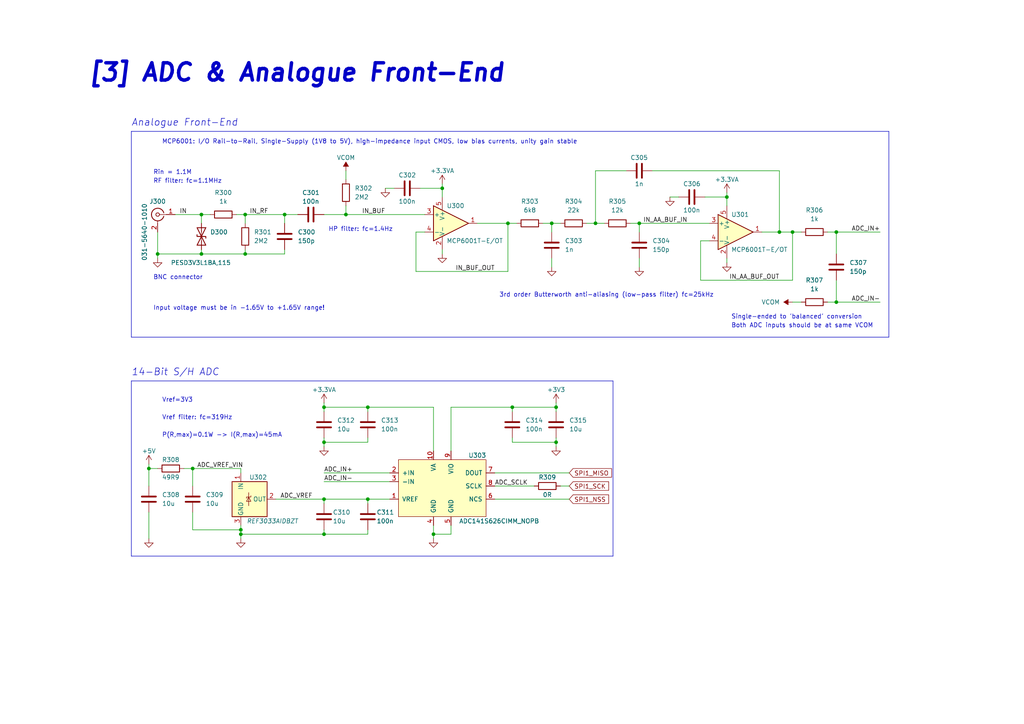
<source format=kicad_sch>
(kicad_sch (version 20230121) (generator eeschema)
  (paper "A4")
  (title_block (title "Mixed-Signal Demo PCB") (rev "0.1") (company "Phil's Lab"))
  (lib_symbols
    (symbol "Amplifier_Operational:MCP6001-OT" (pin_names (offset 0.127))
      (property "Reference" "U" (at -1.27 6.35 0))
      (property "Value" "MCP6001-OT" (at -1.27 3.81 0))
      (symbol "MCP6001-OT_0_1"
        (polyline (pts (xy -5.08 5.08) (xy 5.08 0) (xy -5.08 -5.08) (xy -5.08 5.08)) (stroke (width 0.254)) (fill (type background)))
        (pin power_in line (at -2.54 -7.62 90) (length 3.81) (name "V-") (number "2"))
        (pin power_in line (at -2.54 7.62 270) (length 3.81) (name "V+") (number "5"))
      )
      (symbol "MCP6001-OT_1_1"
        (pin output line (at 7.62 0 180) (length 2.54) (name "~") (number "1"))
        (pin input line (at -7.62 2.54 0) (length 2.54) (name "+") (number "3"))
        (pin input line (at -7.62 -2.54 0) (length 2.54) (name "-") (number "4"))
      )
    )
    (symbol "Connector:Conn_Coaxial" (pin_names (offset 1.016) hide)
      (property "Reference" "J" (at 0.254 3.048 0))
      (property "Value" "Conn_Coaxial" (at 2.921 0 90))
      (symbol "Conn_Coaxial_0_1"
        (arc (start -1.778 -0.508) (mid 0.222 -1.808) (end 1.778 0) (stroke (width 0.254)))
        (polyline (pts (xy -2.54 0) (xy -0.508 0)))
        (polyline (pts (xy 0 -2.54) (xy 0 -1.778)))
        (circle (center 0 0) (radius 0.508) (stroke (width 0.2032)))
        (arc (start 1.778 0) (mid 0.222 1.8083) (end -1.778 0.508) (stroke (width 0.254)))
      )
      (symbol "Conn_Coaxial_1_1"
        (pin passive line (at -5.08 0 0) (length 2.54) (name "In") (number "1"))
        (pin passive line (at 0 -5.08 90) (length 2.54) (name "Ext") (number "2"))
      )
    )
    (symbol "Device:C" (pin_numbers hide) (pin_names (offset 0.254))
      (property "Reference" "C" (at 0.635 2.54 0))
      (property "Value" "C" (at 0.635 -2.54 0))
      (symbol "C_0_1"
        (polyline (pts (xy -2.032 -0.762) (xy 2.032 -0.762)) (stroke (width 0.508)))
        (polyline (pts (xy -2.032 0.762) (xy 2.032 0.762)) (stroke (width 0.508)))
      )
      (symbol "C_1_1"
        (pin passive line (at 0 3.81 270) (length 2.794) (name "~") (number "1"))
        (pin passive line (at 0 -3.81 90) (length 2.794) (name "~") (number "2"))
      )
    )
    (symbol "Device:D_TVS" (pin_numbers hide) (pin_names (offset 1.016) hide)
      (property "Reference" "D" (at 0 2.54 0))
      (property "Value" "D_TVS" (at 0 -2.54 0))
      (symbol "D_TVS_0_1"
        (polyline (pts (xy 1.27 0) (xy -1.27 0)))
        (polyline (pts (xy 0.508 1.27) (xy 0 1.27) (xy 0 -1.27) (xy -0.508 -1.27)) (stroke (width 0.254)))
        (polyline (pts (xy -2.54 1.27) (xy -2.54 -1.27) (xy 2.54 1.27) (xy 2.54 -1.27) (xy -2.54 1.27)) (stroke (width 0.254)))
      )
      (symbol "D_TVS_1_1"
        (pin passive line (at -3.81 0 0) (length 2.54) (name "A1") (number "1"))
        (pin passive line (at 3.81 0 180) (length 2.54) (name "A2") (number "2"))
      )
    )
    (symbol "Device:R" (pin_numbers hide) (pin_names (offset 0))
      (property "Reference" "R" (at 2.032 0 90))
      (property "Value" "R" (at 0 0 90))
      (symbol "R_0_1"
        (rectangle (start -1.016 -2.54) (end 1.016 2.54) (stroke (width 0.254)))
      )
      (symbol "R_1_1"
        (pin passive line (at 0 3.81 270) (length 1.27) (name "~") (number "1"))
        (pin passive line (at 0 -3.81 90) (length 1.27) (name "~") (number "2"))
      )
    )
    (symbol "PhilsLab-KiCad-Symbols:ADC141S626CIMM_NOPB" (pin_names (offset 1.016))
      (property "Reference" "U" (at 11.43 10.16 0))
      (property "Value" "PhilsLab-KiCad-Symbols_ADC141S626CIMM_NOPB" (at 16.51 -8.89 0))
      (symbol "ADC141S626CIMM_NOPB_0_0"
        (pin input line (at -15.24 -2.54 0) (length 2.54) (name "VREF") (number "1"))
        (pin power_in line (at -2.54 11.43 270) (length 2.54) (name "VA") (number "10"))
        (pin input line (at -15.24 5.08 0) (length 2.54) (name "+IN") (number "2"))
        (pin input line (at -15.24 2.54 0) (length 2.54) (name "-IN") (number "3"))
        (pin power_in line (at -2.54 -10.16 90) (length 2.54) (name "GND") (number "4"))
        (pin power_in line (at 2.54 -10.16 90) (length 2.54) (name "GND") (number "5"))
        (pin input line (at 15.24 -2.54 180) (length 2.54) (name "NCS") (number "6"))
        (pin output line (at 15.24 5.08 180) (length 2.54) (name "DOUT") (number "7"))
        (pin input line (at 15.24 1.27 180) (length 2.54) (name "SCLK") (number "8"))
        (pin power_in line (at 2.54 11.43 270) (length 2.54) (name "VIO") (number "9"))
      )
      (symbol "ADC141S626CIMM_NOPB_0_1"
        (rectangle (start -12.7 8.89) (end 12.7 -7.62) (fill (type background)))
      )
    )
    (symbol "Reference_Voltage:REF3033" (pin_names (offset 0.254))
      (property "Reference" "U" (at 0 6.35 0))
      (property "Value" "REF3033" (at 2.54 -6.35 0))
      (symbol "REF3033_0_1"
        (rectangle (start -5.08 5.08) (end 5.08 -5.08) (stroke (width 0.254)) (fill (type background)))
        (polyline (pts (xy -0.254 1.905) (xy -0.254 -1.905)))
        (polyline (pts (xy -0.889 -0.635) (xy 0.381 -0.635) (xy -0.254 0.635) (xy -0.889 -0.635)))
        (polyline (pts (xy 0.381 1.016) (xy 0.381 0.635) (xy -0.889 0.635) (xy -0.889 0.254)))
      )
      (symbol "REF3033_1_1"
        (pin power_in line (at -2.54 7.62 270) (length 2.54) (name "IN") (number "1"))
        (pin power_out line (at 7.62 0 180) (length 2.54) (name "OUT") (number "2"))
        (pin power_in line (at -2.54 -7.62 90) (length 2.54) (name "GND") (number "3"))
      )
    )
    (symbol "power:+3.3VA" (power) (pin_names (offset 0))
      (property "Value" "+3.3VA" (at 0 3.556 0))
      (symbol "+3.3VA_0_1"
        (polyline (pts (xy -0.762 1.27) (xy 0 2.54)))
        (polyline (pts (xy 0 0) (xy 0 2.54)))
        (polyline (pts (xy 0 2.54) (xy 0.762 1.27)))
      )
      (symbol "+3.3VA_1_1"
        (pin power_in line (at 0 0 90) (length 0) hide (name "+3.3VA") (number "1"))
      )
    )
    (symbol "power:+3V3" (power) (pin_names (offset 0))
      (property "Value" "+3V3" (at 0 3.556 0))
      (symbol "+3V3_0_1"
        (polyline (pts (xy -0.762 1.27) (xy 0 2.54)))
        (polyline (pts (xy 0 0) (xy 0 2.54)))
        (polyline (pts (xy 0 2.54) (xy 0.762 1.27)))
      )
      (symbol "+3V3_1_1"
        (pin power_in line (at 0 0 90) (length 0) hide (name "+3V3") (number "1"))
      )
    )
    (symbol "power:+5V" (power) (pin_names (offset 0))
      (property "Value" "+5V" (at 0 3.556 0))
      (symbol "+5V_0_1"
        (polyline (pts (xy -0.762 1.27) (xy 0 2.54)))
        (polyline (pts (xy 0 0) (xy 0 2.54)))
        (polyline (pts (xy 0 2.54) (xy 0.762 1.27)))
      )
      (symbol "+5V_1_1"
        (pin power_in line (at 0 0 90) (length 0) hide (name "+5V") (number "1"))
      )
    )
    (symbol "power:GND" (power) (pin_names (offset 0))
      (property "Value" "GND" (at 0 -3.81 0))
      (symbol "GND_0_1"
        (polyline (pts (xy 0 0) (xy 0 -1.27) (xy 1.27 -1.27) (xy 0 -2.54) (xy -1.27 -1.27) (xy 0 -1.27)))
      )
      (symbol "GND_1_1"
        (pin power_in line (at 0 0 270) (length 0) hide (name "GND") (number "1"))
      )
    )
    (symbol "power:VCOM" (power) (pin_names (offset 0))
      (property "Value" "VCOM" (at 0 3.81 0))
      (symbol "VCOM_0_1"
        (polyline (pts (xy 0 0) (xy 0 2.54)))
        (polyline (pts (xy 0.762 1.27) (xy -0.762 1.27) (xy 0 2.54) (xy 0.762 1.27)) (fill (type outline)))
      )
      (symbol "VCOM_1_1"
        (pin power_in line (at 0 0 90) (length 0) hide (name "VCOM") (number "1"))
      )
    )
  )
  (junction (at 210.82 57.15))
  (junction (at 242.57 87.63))
  (junction (at 43.18 135.89))
  (junction (at 161.29 118.11))
  (junction (at 45.72 73.66))
  (junction (at 100.33 62.23))
  (junction (at 185.42 64.77))
  (junction (at 93.98 128.27))
  (junction (at 125.73 154.94))
  (junction (at 58.42 73.66))
  (junction (at 71.12 62.23))
  (junction (at 55.88 135.89))
  (junction (at 148.59 118.11))
  (junction (at 82.55 62.23))
  (junction (at 106.68 118.11))
  (junction (at 58.42 62.23))
  (junction (at 69.85 153.67))
  (junction (at 69.85 154.94))
  (junction (at 128.27 54.61))
  (junction (at 229.87 67.31))
  (junction (at 93.98 154.94))
  (junction (at 71.12 73.66))
  (junction (at 226.06 67.31))
  (junction (at 172.72 64.77))
  (junction (at 147.32 64.77))
  (junction (at 106.68 144.78))
  (junction (at 161.29 128.27))
  (junction (at 242.57 67.31))
  (junction (at 160.02 64.77))
  (junction (at 93.98 118.11))
  (junction (at 93.98 144.78))
  (wire (pts (xy 55.88 148.59) (xy 55.88 153.67)))
  (wire (pts (xy 120.65 78.74) (xy 147.32 78.74)))
  (wire (pts (xy 242.57 81.28) (xy 242.57 87.63)))
  (wire (pts (xy 71.12 62.23) (xy 82.55 62.23)))
  (wire (pts (xy 100.33 49.53) (xy 100.33 52.07)))
  (wire (pts (xy 128.27 73.66) (xy 128.27 72.39)))
  (wire (pts (xy 106.68 146.05) (xy 106.68 144.78)))
  (wire (pts (xy 43.18 140.97) (xy 43.18 135.89)))
  (wire (pts (xy 185.42 64.77) (xy 182.88 64.77)))
  (wire (pts (xy 172.72 49.53) (xy 181.61 49.53)))
  (wire (pts (xy 147.32 78.74) (xy 147.32 64.77)))
  (wire (pts (xy 71.12 62.23) (xy 68.58 62.23)))
  (wire (pts (xy 205.74 69.85) (xy 203.2 69.85)))
  (polyline (pts (xy 38.1 38.1) (xy 257.81 38.1)))
  (wire (pts (xy 162.56 64.77) (xy 160.02 64.77)))
  (wire (pts (xy 229.87 67.31) (xy 226.06 67.31)))
  (wire (pts (xy 58.42 73.66) (xy 71.12 73.66)))
  (wire (pts (xy 130.81 152.4) (xy 130.81 154.94)))
  (wire (pts (xy 203.2 69.85) (xy 203.2 81.28)))
  (wire (pts (xy 58.42 72.39) (xy 58.42 73.66)))
  (wire (pts (xy 123.19 67.31) (xy 120.65 67.31)))
  (wire (pts (xy 69.85 135.89) (xy 69.85 137.16)))
  (wire (pts (xy 93.98 154.94) (xy 69.85 154.94)))
  (wire (pts (xy 86.36 62.23) (xy 82.55 62.23)))
  (wire (pts (xy 58.42 62.23) (xy 60.96 62.23)))
  (wire (pts (xy 80.01 144.78) (xy 93.98 144.78)))
  (wire (pts (xy 71.12 64.77) (xy 71.12 62.23)))
  (wire (pts (xy 93.98 154.94) (xy 106.68 154.94)))
  (wire (pts (xy 143.51 144.78) (xy 165.1 144.78)))
  (wire (pts (xy 55.88 135.89) (xy 69.85 135.89)))
  (wire (pts (xy 71.12 73.66) (xy 71.12 72.39)))
  (wire (pts (xy 161.29 116.84) (xy 161.29 118.11)))
  (wire (pts (xy 43.18 134.62) (xy 43.18 135.89)))
  (wire (pts (xy 255.27 67.31) (xy 242.57 67.31)))
  (wire (pts (xy 148.59 119.38) (xy 148.59 118.11)))
  (wire (pts (xy 160.02 74.93) (xy 160.02 77.47)))
  (wire (pts (xy 55.88 153.67) (xy 69.85 153.67)))
  (wire (pts (xy 69.85 153.67) (xy 69.85 154.94)))
  (wire (pts (xy 71.12 73.66) (xy 82.55 73.66)))
  (wire (pts (xy 55.88 140.97) (xy 55.88 135.89)))
  (wire (pts (xy 45.72 73.66) (xy 45.72 67.31)))
  (wire (pts (xy 210.82 57.15) (xy 210.82 55.88)))
  (wire (pts (xy 93.98 139.7) (xy 113.03 139.7)))
  (wire (pts (xy 43.18 135.89) (xy 45.72 135.89)))
  (wire (pts (xy 93.98 62.23) (xy 100.33 62.23)))
  (wire (pts (xy 172.72 64.77) (xy 172.72 49.53)))
  (wire (pts (xy 148.59 128.27) (xy 148.59 127)))
  (wire (pts (xy 45.72 74.93) (xy 45.72 73.66)))
  (wire (pts (xy 100.33 62.23) (xy 100.33 59.69)))
  (polyline (pts (xy 177.8 161.29) (xy 38.1 161.29)))
  (wire (pts (xy 160.02 67.31) (xy 160.02 64.77)))
  (wire (pts (xy 121.92 54.61) (xy 128.27 54.61)))
  (wire (pts (xy 125.73 156.21) (xy 125.73 154.94)))
  (wire (pts (xy 161.29 129.54) (xy 161.29 128.27)))
  (polyline (pts (xy 257.81 97.79) (xy 38.1 97.79)))
  (wire (pts (xy 143.51 137.16) (xy 165.1 137.16)))
  (wire (pts (xy 175.26 64.77) (xy 172.72 64.77)))
  (wire (pts (xy 154.94 140.97) (xy 143.51 140.97)))
  (wire (pts (xy 149.86 64.77) (xy 147.32 64.77)))
  (wire (pts (xy 58.42 64.77) (xy 58.42 62.23)))
  (wire (pts (xy 106.68 119.38) (xy 106.68 118.11)))
  (wire (pts (xy 106.68 154.94) (xy 106.68 153.67)))
  (wire (pts (xy 185.42 74.93) (xy 185.42 77.47)))
  (wire (pts (xy 226.06 67.31) (xy 220.98 67.31)))
  (wire (pts (xy 226.06 49.53) (xy 226.06 67.31)))
  (wire (pts (xy 113.03 137.16) (xy 93.98 137.16)))
  (wire (pts (xy 161.29 128.27) (xy 148.59 128.27)))
  (wire (pts (xy 93.98 128.27) (xy 106.68 128.27)))
  (wire (pts (xy 43.18 156.21) (xy 43.18 148.59)))
  (wire (pts (xy 161.29 128.27) (xy 161.29 127)))
  (wire (pts (xy 93.98 146.05) (xy 93.98 144.78)))
  (wire (pts (xy 93.98 118.11) (xy 106.68 118.11)))
  (wire (pts (xy 58.42 73.66) (xy 45.72 73.66)))
  (wire (pts (xy 232.41 67.31) (xy 229.87 67.31)))
  (wire (pts (xy 128.27 54.61) (xy 128.27 57.15)))
  (wire (pts (xy 204.47 57.15) (xy 210.82 57.15)))
  (polyline (pts (xy 38.1 110.49) (xy 177.8 110.49)))
  (wire (pts (xy 93.98 144.78) (xy 106.68 144.78)))
  (wire (pts (xy 229.87 81.28) (xy 229.87 67.31)))
  (wire (pts (xy 50.8 62.23) (xy 58.42 62.23)))
  (wire (pts (xy 172.72 64.77) (xy 170.18 64.77)))
  (polyline (pts (xy 257.81 38.1) (xy 257.81 97.79)))
  (wire (pts (xy 242.57 67.31) (xy 240.03 67.31)))
  (polyline (pts (xy 177.8 110.49) (xy 177.8 161.29)))
  (wire (pts (xy 100.33 62.23) (xy 123.19 62.23)))
  (wire (pts (xy 125.73 154.94) (xy 130.81 154.94)))
  (wire (pts (xy 205.74 64.77) (xy 185.42 64.77)))
  (wire (pts (xy 93.98 119.38) (xy 93.98 118.11)))
  (wire (pts (xy 130.81 118.11) (xy 130.81 130.81)))
  (wire (pts (xy 210.82 76.2) (xy 210.82 74.93)))
  (wire (pts (xy 161.29 119.38) (xy 161.29 118.11)))
  (wire (pts (xy 210.82 57.15) (xy 210.82 59.69)))
  (wire (pts (xy 120.65 67.31) (xy 120.65 78.74)))
  (polyline (pts (xy 38.1 110.49) (xy 38.1 161.29)))
  (wire (pts (xy 53.34 135.89) (xy 55.88 135.89)))
  (wire (pts (xy 255.27 87.63) (xy 242.57 87.63)))
  (wire (pts (xy 161.29 118.11) (xy 148.59 118.11)))
  (wire (pts (xy 93.98 118.11) (xy 93.98 116.84)))
  (wire (pts (xy 189.23 49.53) (xy 226.06 49.53)))
  (wire (pts (xy 165.1 140.97) (xy 162.56 140.97)))
  (wire (pts (xy 106.68 118.11) (xy 125.73 118.11)))
  (wire (pts (xy 194.31 57.15) (xy 196.85 57.15)))
  (wire (pts (xy 106.68 128.27) (xy 106.68 127)))
  (wire (pts (xy 93.98 154.94) (xy 93.98 153.67)))
  (wire (pts (xy 185.42 67.31) (xy 185.42 64.77)))
  (wire (pts (xy 93.98 129.54) (xy 93.98 128.27)))
  (wire (pts (xy 203.2 81.28) (xy 229.87 81.28)))
  (wire (pts (xy 147.32 64.77) (xy 138.43 64.77)))
  (polyline (pts (xy 38.1 97.79) (xy 38.1 38.1)))
  (wire (pts (xy 229.87 87.63) (xy 232.41 87.63)))
  (wire (pts (xy 128.27 54.61) (xy 128.27 53.34)))
  (wire (pts (xy 69.85 152.4) (xy 69.85 153.67)))
  (wire (pts (xy 82.55 73.66) (xy 82.55 72.39)))
  (wire (pts (xy 148.59 118.11) (xy 130.81 118.11)))
  (wire (pts (xy 69.85 154.94) (xy 69.85 156.21)))
  (wire (pts (xy 242.57 87.63) (xy 240.03 87.63)))
  (wire (pts (xy 125.73 118.11) (xy 125.73 130.81)))
  (wire (pts (xy 82.55 64.77) (xy 82.55 62.23)))
  (wire (pts (xy 242.57 73.66) (xy 242.57 67.31)))
  (wire (pts (xy 160.02 64.77) (xy 157.48 64.77)))
  (wire (pts (xy 111.76 54.61) (xy 114.3 54.61)))
  (wire (pts (xy 93.98 128.27) (xy 93.98 127)))
  (wire (pts (xy 125.73 152.4) (xy 125.73 154.94)))
  (wire (pts (xy 106.68 144.78) (xy 113.03 144.78)))
  (text "HP filter: fc=1.4Hz" (at 95.25 67.31 0) (effects (font (size 1.27 1.27)) (justify left bottom)))
  (text "Both ADC inputs should be at same VCOM" (at 212.09 95.25 0) (effects (font (size 1.27 1.27)) (justify left bottom)))
  (text "BNC connector" (at 44.45 81.28 0) (effects (font (size 1.27 1.27)) (justify left bottom)))
  (text "Rin = 1.1M" (at 44.45 50.8 0) (effects (font (size 1.27 1.27)) (justify left bottom)))
  (text "14-Bit S/H ADC" (at 38.1 109.22 0) (effects (font (size 2.0066 2.0066) italic) (justify left bottom)))
  (text "Vref filter: fc=319Hz" (at 46.99 121.92 0) (effects (font (size 1.27 1.27)) (justify left bottom)))
  (text "Input voltage must be in -1.65V to +1.65V range!" (at 44.45 90.17 0) (effects (font (size 1.27 1.27)) (justify left bottom)))
  (text "Analogue Front-End" (at 38.1 36.83 0) (effects (font (size 2.0066 2.0066) italic) (justify left bottom)))
  (text "Single-ended to 'balanced' conversion" (at 212.09 92.71 0) (effects (font (size 1.27 1.27)) (justify left bottom)))
  (text "RF filter: fc=1.1MHz" (at 44.45 53.34 0) (effects (font (size 1.27 1.27)) (justify left bottom)))
  (text "3rd order Butterworth anti-aliasing (low-pass filter) fc=25kHz" (at 144.78 86.36 0) (effects (font (size 1.27 1.27)) (justify left bottom)))
  (text "MCP6001: I/O Rail-to-Rail, Single-Supply (1V8 to 5V), high-impedance input CMOS, low bias currents, unity gain stable" (at 46.99 41.91 0) (effects (font (size 1.27 1.27)) (justify left bottom)))
  (text "P(R,max)=0.1W -> I(R,max)=45mA" (at 46.99 127 0) (effects (font (size 1.27 1.27)) (justify left bottom)))
  (text "Vref=3V3" (at 46.99 116.84 0) (effects (font (size 1.27 1.27)) (justify left bottom)))
  (text "[3] ADC & Analogue Front-End" (at 25.4 24.13 0) (effects (font (size 5.0038 5.0038) (thickness 1.0008) bold italic) (justify left bottom)))
  (label "IN_RF" (at 72.39 62.23 0))
  (label "IN_BUF_OUT" (at 143.51 78.74 180))
  (label "ADC_IN-" (at 93.98 139.7 0))
  (label "ADC_IN+" (at 255.27 67.31 180))
  (label "IN_AA_BUF_IN" (at 199.39 64.77 180))
  (label "ADC_SCLK" (at 143.51 140.97 0))
  (label "ADC_VREF" (at 81.28 144.78 0))
  (label "ADC_IN-" (at 255.27 87.63 180))
  (label "IN_BUF" (at 111.76 62.23 180))
  (label "IN_AA_BUF_OUT" (at 226.06 81.28 180))
  (label "ADC_VREF_VIN" (at 57.15 135.89 0))
  (label "ADC_IN+" (at 93.98 137.16 0))
  (label "IN" (at 52.07 62.23 0))
  (global_label "SPI1_MISO" (shape input) (at 165.1 137.16 0) (property "Intersheetrefs" "${INTERSHEET_REFS}" (effects hide)))
  (global_label "SPI1_SCK" (shape input) (at 165.1 140.97 0) (property "Intersheetrefs" "${INTERSHEET_REFS}" (effects hide)))
  (global_label "SPI1_NSS" (shape input) (at 165.1 144.78 0) (property "Intersheetrefs" "${INTERSHEET_REFS}" (effects hide)))
  (symbol (lib_id "PhilsLab-KiCad-Symbols:ADC141S626CIMM_NOPB") (at 128.27 142.24 0) (unit 1)
    (property "Reference" "U303" (at 138.43 132.08 0))
    (property "Value" "ADC141S626CIMM_NOPB" (at 144.78 151.13 0))
    (property "Footprint" "PhilsLab_Footprints_KiCad6:VSSOP-10" (effects hide))
  )
  (symbol (lib_id "power:+3V3") (at 161.29 116.84 0) (unit 1)
    (property "Reference" "#PWR053" (effects hide))
    (property "Value" "+3V3" (at 161.29 113.03 0))
  )
  (symbol (lib_id "Device:C") (at 148.59 123.19 0) (unit 1)
    (property "Reference" "C314" (at 152.4 121.92 0) (effects (justify left)))
    (property "Value" "100n" (at 152.4 124.46 0) (effects (justify left)))
    (property "Footprint" "Capacitor_SMD:C_0402_1005Metric" (effects hide))
  )
  (symbol (lib_id "Device:R") (at 158.75 140.97 270) (unit 1)
    (property "Reference" "R309" (at 158.75 138.43 90))
    (property "Value" "0R" (at 158.75 143.51 90))
    (property "Footprint" "Resistor_SMD:R_0402_1005Metric" (effects hide))
  )
  (symbol (lib_id "power:GND") (at 125.73 156.21 0) (unit 1)
    (property "Reference" "#PWR059" (effects hide))
    (property "Value" "GND" (effects hide))
  )
  (symbol (lib_id "Device:C") (at 161.29 123.19 0) (unit 1)
    (property "Reference" "C315" (at 165.1 121.92 0) (effects (justify left)))
    (property "Value" "10u" (at 165.1 124.46 0) (effects (justify left)))
    (property "Footprint" "Capacitor_SMD:C_0603_1608Metric" (effects hide))
  )
  (symbol (lib_id "power:GND") (at 161.29 129.54 0) (unit 1)
    (property "Reference" "#PWR055" (effects hide))
    (property "Value" "GND" (effects hide))
  )
  (symbol (lib_id "Device:C") (at 106.68 123.19 0) (unit 1)
    (property "Reference" "C313" (at 110.49 121.92 0) (effects (justify left)))
    (property "Value" "100n" (at 110.49 124.46 0) (effects (justify left)))
    (property "Footprint" "Capacitor_SMD:C_0402_1005Metric" (effects hide))
  )
  (symbol (lib_id "Device:C") (at 93.98 123.19 0) (unit 1)
    (property "Reference" "C312" (at 97.79 121.92 0) (effects (justify left)))
    (property "Value" "10u" (at 97.79 124.46 0) (effects (justify left)))
    (property "Footprint" "Capacitor_SMD:C_0603_1608Metric" (effects hide))
  )
  (symbol (lib_id "power:GND") (at 93.98 129.54 0) (unit 1)
    (property "Reference" "#PWR054" (effects hide))
    (property "Value" "GND" (effects hide))
  )
  (symbol (lib_id "Device:C") (at 106.68 149.86 0) (unit 1)
    (property "Reference" "C311" (at 109.22 148.59 0) (effects (justify left)))
    (property "Value" "100n" (at 109.22 151.13 0) (effects (justify left)))
    (property "Footprint" "Capacitor_SMD:C_0402_1005Metric" (effects hide))
  )
  (symbol (lib_id "Device:C") (at 93.98 149.86 0) (unit 1)
    (property "Reference" "C310" (at 96.52 148.59 0) (effects (justify left)))
    (property "Value" "10u" (at 96.52 151.13 0) (effects (justify left)))
    (property "Footprint" "Capacitor_SMD:C_0603_1608Metric" (effects hide))
  )
  (symbol (lib_id "power:GND") (at 69.85 156.21 0) (unit 1)
    (property "Reference" "#PWR058" (effects hide))
    (property "Value" "GND" (effects hide))
  )
  (symbol (lib_id "Amplifier_Operational:MCP6001-OT") (at 130.81 64.77 0) (unit 1)
    (property "Reference" "U300" (at 129.54 59.69 0) (effects (justify left)))
    (property "Value" "MCP6001T-E/OT" (at 129.54 69.85 0) (effects (justify left)))
    (property "Footprint" "Package_TO_SOT_SMD:SOT-23-5" (effects hide))
    (property "Datasheet" "http://ww1.microchip.com/downloads/en/DeviceDoc/21733j.pdf" (effects hide))
  )
  (symbol (lib_id "Device:C") (at 118.11 54.61 270) (unit 1)
    (property "Reference" "C302" (at 115.57 50.8 90) (effects (justify left)))
    (property "Value" "100n" (at 115.57 58.42 90) (effects (justify left)))
    (property "Footprint" "Capacitor_SMD:C_0402_1005Metric" (effects hide))
  )
  (symbol (lib_id "power:GND") (at 128.27 73.66 0) (unit 1)
    (property "Reference" "#PWR046" (effects hide))
    (property "Value" "GND" (effects hide))
  )
  (symbol (lib_id "power:GND") (at 111.76 54.61 0) (unit 1)
    (property "Reference" "#PWR043" (effects hide))
    (property "Value" "GND" (effects hide))
  )
  (symbol (lib_id "Device:R") (at 64.77 62.23 270) (unit 1)
    (property "Reference" "R300" (at 64.77 55.88 90))
    (property "Value" "1k" (at 64.77 58.42 90))
    (property "Footprint" "Resistor_SMD:R_0402_1005Metric" (effects hide))
  )
  (symbol (lib_id "Device:R") (at 71.12 68.58 180) (unit 1)
    (property "Reference" "R301" (at 73.66 67.31 0) (effects (justify right)))
    (property "Value" "2M2" (at 73.66 69.85 0) (effects (justify right)))
    (property "Footprint" "Resistor_SMD:R_0402_1005Metric" (effects hide))
  )
  (symbol (lib_id "Device:C") (at 82.55 68.58 0) (unit 1)
    (property "Reference" "C300" (at 86.36 67.31 0) (effects (justify left)))
    (property "Value" "150p" (at 86.36 69.85 0) (effects (justify left)))
    (property "Footprint" "Capacitor_SMD:C_0402_1005Metric" (effects hide))
  )
  (symbol (lib_id "power:GND") (at 45.72 74.93 0) (unit 1)
    (property "Reference" "#PWR047" (effects hide))
    (property "Value" "GND" (effects hide))
  )
  (symbol (lib_id "Device:C") (at 90.17 62.23 270) (unit 1)
    (property "Reference" "C301" (at 87.63 55.88 90) (effects (justify left)))
    (property "Value" "100n" (at 87.63 58.42 90) (effects (justify left)))
    (property "Footprint" "Capacitor_SMD:C_0402_1005Metric" (effects hide))
  )
  (symbol (lib_id "power:VCOM") (at 100.33 49.53 0) (unit 1)
    (property "Reference" "#PWR041" (effects hide))
    (property "Value" "VCOM" (at 100.33 45.72 0))
  )
  (symbol (lib_id "Device:R") (at 100.33 55.88 180) (unit 1)
    (property "Reference" "R302" (at 102.87 54.61 0) (effects (justify right)))
    (property "Value" "2M2" (at 102.87 57.15 0) (effects (justify right)))
    (property "Footprint" "Resistor_SMD:R_0402_1005Metric" (effects hide))
  )
  (symbol (lib_id "Amplifier_Operational:MCP6001-OT") (at 213.36 67.31 0) (unit 1)
    (property "Reference" "U301" (at 212.09 62.23 0) (effects (justify left)))
    (property "Value" "MCP6001T-E/OT" (at 212.09 72.39 0) (effects (justify left)))
    (property "Footprint" "Package_TO_SOT_SMD:SOT-23-5" (effects hide))
    (property "Datasheet" "http://ww1.microchip.com/downloads/en/DeviceDoc/21733j.pdf" (effects hide))
  )
  (symbol (lib_id "Device:C") (at 200.66 57.15 270) (unit 1)
    (property "Reference" "C306" (at 198.12 53.34 90) (effects (justify left)))
    (property "Value" "100n" (at 198.12 60.96 90) (effects (justify left)))
    (property "Footprint" "Capacitor_SMD:C_0402_1005Metric" (effects hide))
  )
  (symbol (lib_id "power:GND") (at 210.82 76.2 0) (unit 1)
    (property "Reference" "#PWR048" (effects hide))
    (property "Value" "GND" (effects hide))
  )
  (symbol (lib_id "power:GND") (at 194.31 57.15 0) (unit 1)
    (property "Reference" "#PWR045" (effects hide))
    (property "Value" "GND" (effects hide))
  )
  (symbol (lib_id "Device:R") (at 153.67 64.77 270) (unit 1)
    (property "Reference" "R303" (at 153.67 58.42 90))
    (property "Value" "6k8" (at 153.67 60.96 90))
    (property "Footprint" "Resistor_SMD:R_0402_1005Metric" (effects hide))
  )
  (symbol (lib_id "Device:C") (at 160.02 71.12 0) (unit 1)
    (property "Reference" "C303" (at 163.83 69.85 0) (effects (justify left)))
    (property "Value" "1n" (at 163.83 72.39 0) (effects (justify left)))
    (property "Footprint" "Capacitor_SMD:C_0402_1005Metric" (effects hide))
  )
  (symbol (lib_id "Device:R") (at 166.37 64.77 270) (unit 1)
    (property "Reference" "R304" (at 166.37 58.42 90))
    (property "Value" "22k" (at 166.37 60.96 90))
    (property "Footprint" "Resistor_SMD:R_0402_1005Metric" (effects hide))
  )
  (symbol (lib_id "power:GND") (at 160.02 77.47 0) (unit 1)
    (property "Reference" "#PWR049" (effects hide))
    (property "Value" "GND" (effects hide))
  )
  (symbol (lib_id "Device:R") (at 179.07 64.77 270) (unit 1)
    (property "Reference" "R305" (at 179.07 58.42 90))
    (property "Value" "12k" (at 179.07 60.96 90))
    (property "Footprint" "Resistor_SMD:R_0402_1005Metric" (effects hide))
  )
  (symbol (lib_id "Device:C") (at 185.42 71.12 0) (unit 1)
    (property "Reference" "C304" (at 189.23 69.85 0) (effects (justify left)))
    (property "Value" "150p" (at 189.23 72.39 0) (effects (justify left)))
    (property "Footprint" "Capacitor_SMD:C_0402_1005Metric" (effects hide))
  )
  (symbol (lib_id "Device:R") (at 236.22 67.31 270) (unit 1)
    (property "Reference" "R306" (at 236.22 60.96 90))
    (property "Value" "1k" (at 236.22 63.5 90))
    (property "Footprint" "Resistor_SMD:R_0402_1005Metric" (effects hide))
  )
  (symbol (lib_id "Device:R") (at 236.22 87.63 270) (unit 1)
    (property "Reference" "R307" (at 236.22 81.28 90))
    (property "Value" "1k" (at 236.22 83.82 90))
    (property "Footprint" "Resistor_SMD:R_0402_1005Metric" (effects hide))
  )
  (symbol (lib_id "Device:C") (at 242.57 77.47 0) (unit 1)
    (property "Reference" "C307" (at 246.38 76.2 0) (effects (justify left)))
    (property "Value" "150p" (at 246.38 78.74 0) (effects (justify left)))
    (property "Footprint" "Capacitor_SMD:C_0402_1005Metric" (effects hide))
  )
  (symbol (lib_id "power:GND") (at 185.42 77.47 0) (unit 1)
    (property "Reference" "#PWR050" (effects hide))
    (property "Value" "GND" (effects hide))
  )
  (symbol (lib_id "power:VCOM") (at 229.87 87.63 90) (unit 1)
    (property "Reference" "#PWR051" (effects hide))
    (property "Value" "VCOM" (at 223.52 87.63 90))
  )
  (symbol (lib_id "Device:D_TVS") (at 58.42 68.58 270) (unit 1)
    (property "Reference" "D300" (at 60.96 67.31 90) (effects (justify left)))
    (property "Value" "PESD3V3L1BA,115" (at 49.53 76.2 90) (effects (justify left)))
    (property "Footprint" "Diode_SMD:D_SOD-323" (effects hide))
  )
  (symbol (lib_id "Connector:Conn_Coaxial") (at 45.72 62.23 0) (mirror y) (unit 1)
    (property "Reference" "J300" (at 45.72 58.42 0))
    (property "Value" "031-5640-1010" (at 41.91 67.31 90))
    (property "Footprint" "PhilsLab_Footprints_KiCad6:AMPHENOL-BNC-031-5640-1010" (effects hide))
    (property "Datasheet" " ~" (effects hide))
  )
  (symbol (lib_id "Reference_Voltage:REF3033") (at 72.39 144.78 0) (unit 1)
    (property "Reference" "U302" (at 77.47 138.43 0) (effects (justify right)))
    (property "Value" "REF3033AIDBZT" (at 86.36 151.13 0) (effects (font italic) (justify right)))
    (property "Footprint" "Package_TO_SOT_SMD:SOT-23" (effects hide))
    (property "Datasheet" "http://www.ti.com/lit/ds/symlink/ref3033.pdf" (effects hide))
  )
  (symbol (lib_id "Device:C") (at 55.88 144.78 0) (unit 1)
    (property "Reference" "C309" (at 59.69 143.51 0) (effects (justify left)))
    (property "Value" "10u" (at 59.69 146.05 0) (effects (justify left)))
    (property "Footprint" "Capacitor_SMD:C_0603_1608Metric" (effects hide))
  )
  (symbol (lib_id "Device:R") (at 49.53 135.89 270) (unit 1)
    (property "Reference" "R308" (at 49.53 133.35 90))
    (property "Value" "49R9" (at 49.53 138.43 90))
    (property "Footprint" "Resistor_SMD:R_0402_1005Metric" (effects hide))
  )
  (symbol (lib_id "Device:C") (at 43.18 144.78 0) (unit 1)
    (property "Reference" "C308" (at 46.99 143.51 0) (effects (justify left)))
    (property "Value" "10u" (at 46.99 146.05 0) (effects (justify left)))
    (property "Footprint" "Capacitor_SMD:C_0603_1608Metric" (effects hide))
  )
  (symbol (lib_id "power:GND") (at 43.18 156.21 0) (unit 1)
    (property "Reference" "#PWR057" (effects hide))
    (property "Value" "GND" (effects hide))
  )
  (symbol (lib_id "power:+5V") (at 43.18 134.62 0) (unit 1)
    (property "Reference" "#PWR056" (effects hide))
    (property "Value" "+5V" (at 43.18 130.81 0))
  )
  (symbol (lib_id "power:+3.3VA") (at 93.98 116.84 0) (unit 1)
    (property "Reference" "#PWR052" (effects hide))
    (property "Value" "+3.3VA" (at 93.98 113.03 0))
  )
  (symbol (lib_id "power:+3.3VA") (at 128.27 53.34 0) (unit 1)
    (property "Reference" "#PWR042" (effects hide))
    (property "Value" "+3.3VA" (at 128.27 49.53 0))
  )
  (symbol (lib_id "power:+3.3VA") (at 210.82 55.88 0) (unit 1)
    (property "Reference" "#PWR044" (effects hide))
    (property "Value" "+3.3VA" (at 210.82 52.07 0))
  )
  (symbol (lib_id "Device:C") (at 185.42 49.53 90) (unit 1)
    (property "Reference" "C305" (at 187.96 45.72 90) (effects (justify left)))
    (property "Value" "1n" (at 186.69 53.34 90) (effects (justify left)))
    (property "Footprint" "Capacitor_SMD:C_0402_1005Metric" (effects hide))
  )
)
</source>
